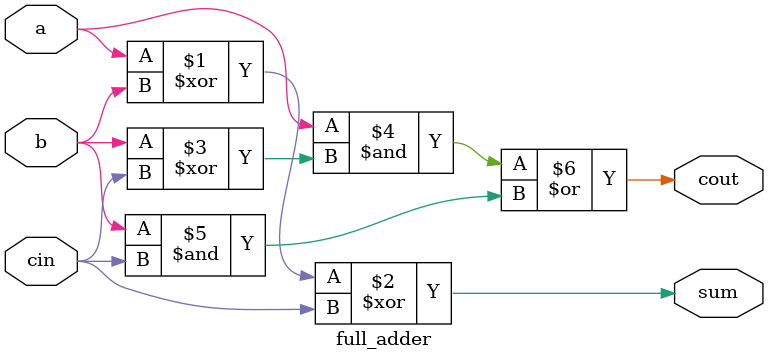
<source format=sv>
module full_adder (
    input a,
    input b,
    input cin,
    output logic sum,
    output logic cout
);

    assign sum = a ^ b ^ cin;
    assign cout = a&(b^cin) | b&cin;

endmodule
</source>
